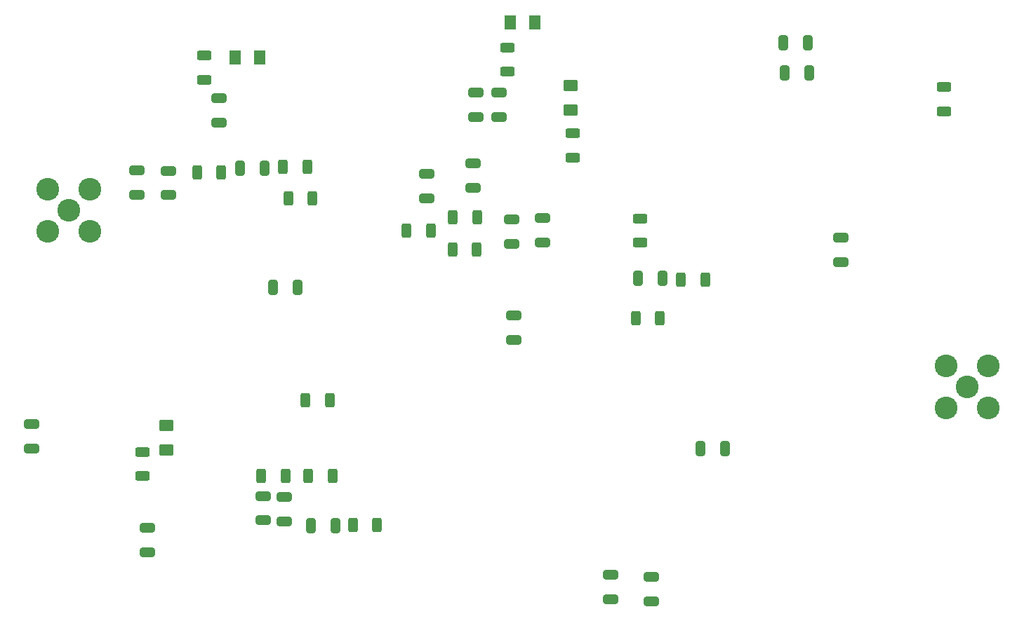
<source format=gbr>
%TF.GenerationSoftware,KiCad,Pcbnew,(6.0.7)*%
%TF.CreationDate,2023-02-10T17:21:08-05:00*%
%TF.ProjectId,Phoenix612_MultiStage_PA_Testing_v3,50686f65-6e69-4783-9631-325f4d756c74,rev?*%
%TF.SameCoordinates,Original*%
%TF.FileFunction,Paste,Top*%
%TF.FilePolarity,Positive*%
%FSLAX46Y46*%
G04 Gerber Fmt 4.6, Leading zero omitted, Abs format (unit mm)*
G04 Created by KiCad (PCBNEW (6.0.7)) date 2023-02-10 17:21:08*
%MOMM*%
%LPD*%
G01*
G04 APERTURE LIST*
G04 Aperture macros list*
%AMRoundRect*
0 Rectangle with rounded corners*
0 $1 Rounding radius*
0 $2 $3 $4 $5 $6 $7 $8 $9 X,Y pos of 4 corners*
0 Add a 4 corners polygon primitive as box body*
4,1,4,$2,$3,$4,$5,$6,$7,$8,$9,$2,$3,0*
0 Add four circle primitives for the rounded corners*
1,1,$1+$1,$2,$3*
1,1,$1+$1,$4,$5*
1,1,$1+$1,$6,$7*
1,1,$1+$1,$8,$9*
0 Add four rect primitives between the rounded corners*
20,1,$1+$1,$2,$3,$4,$5,0*
20,1,$1+$1,$4,$5,$6,$7,0*
20,1,$1+$1,$6,$7,$8,$9,0*
20,1,$1+$1,$8,$9,$2,$3,0*%
G04 Aperture macros list end*
%ADD10RoundRect,0.250000X-0.625000X0.312500X-0.625000X-0.312500X0.625000X-0.312500X0.625000X0.312500X0*%
%ADD11RoundRect,0.250000X-0.312500X-0.625000X0.312500X-0.625000X0.312500X0.625000X-0.312500X0.625000X0*%
%ADD12RoundRect,0.250001X-0.462499X-0.624999X0.462499X-0.624999X0.462499X0.624999X-0.462499X0.624999X0*%
%ADD13RoundRect,0.250000X0.312500X0.625000X-0.312500X0.625000X-0.312500X-0.625000X0.312500X-0.625000X0*%
%ADD14C,2.750000*%
%ADD15RoundRect,0.250000X-0.650000X0.325000X-0.650000X-0.325000X0.650000X-0.325000X0.650000X0.325000X0*%
%ADD16RoundRect,0.250000X-0.325000X-0.650000X0.325000X-0.650000X0.325000X0.650000X-0.325000X0.650000X0*%
%ADD17RoundRect,0.250001X0.624999X-0.462499X0.624999X0.462499X-0.624999X0.462499X-0.624999X-0.462499X0*%
%ADD18RoundRect,0.250000X0.650000X-0.325000X0.650000X0.325000X-0.650000X0.325000X-0.650000X-0.325000X0*%
%ADD19RoundRect,0.250000X0.325000X0.650000X-0.325000X0.650000X-0.325000X-0.650000X0.325000X-0.650000X0*%
G04 APERTURE END LIST*
D10*
%TO.C,R14*%
X50355500Y-25896349D03*
X50355500Y-28821349D03*
%TD*%
D11*
%TO.C,R6*%
X57211500Y-76621000D03*
X60136500Y-76621000D03*
%TD*%
D12*
%TO.C,L5*%
X87222000Y-21844000D03*
X90197000Y-21844000D03*
%TD*%
D11*
%TO.C,R17*%
X80262000Y-49329849D03*
X83187000Y-49329849D03*
%TD*%
D13*
%TO.C,R2*%
X105287000Y-57584849D03*
X102362000Y-57584849D03*
%TD*%
D10*
%TO.C,R4*%
X94742000Y-35294349D03*
X94742000Y-38219349D03*
%TD*%
D14*
%TO.C,J8*%
X142367000Y-65903349D03*
X144907000Y-63363349D03*
X144907000Y-68443349D03*
X139827000Y-63363349D03*
X139827000Y-68443349D03*
%TD*%
D15*
%TO.C,C11*%
X57467500Y-79083000D03*
X57467500Y-82033000D03*
%TD*%
D16*
%TO.C,C15*%
X120191000Y-24374349D03*
X123141000Y-24374349D03*
%TD*%
D15*
%TO.C,C17*%
X104267000Y-88875849D03*
X104267000Y-91825849D03*
%TD*%
D11*
%TO.C,R11*%
X49464500Y-39995349D03*
X52389500Y-39995349D03*
%TD*%
D17*
%TO.C,L1*%
X94551500Y-32465849D03*
X94551500Y-29490849D03*
%TD*%
D15*
%TO.C,C21*%
X99314000Y-88607349D03*
X99314000Y-91557349D03*
%TD*%
D14*
%TO.C,J9*%
X33972500Y-44567349D03*
X31432500Y-47107349D03*
X31432500Y-42027349D03*
X36512500Y-42027349D03*
X36512500Y-47107349D03*
%TD*%
D15*
%TO.C,C23*%
X45974000Y-39790349D03*
X45974000Y-42740349D03*
%TD*%
D13*
%TO.C,R13*%
X62740000Y-39360349D03*
X59815000Y-39360349D03*
%TD*%
D15*
%TO.C,C28*%
X52133500Y-31027349D03*
X52133500Y-33977349D03*
%TD*%
%TO.C,C26*%
X85915500Y-30328849D03*
X85915500Y-33278849D03*
%TD*%
%TO.C,C3*%
X87376000Y-45695849D03*
X87376000Y-48645849D03*
%TD*%
%TO.C,C24*%
X83121500Y-30343349D03*
X83121500Y-33293349D03*
%TD*%
D17*
%TO.C,L4*%
X45720000Y-73536500D03*
X45720000Y-70561500D03*
%TD*%
D15*
%TO.C,C2*%
X87630000Y-57252849D03*
X87630000Y-60202849D03*
%TD*%
%TO.C,C5*%
X82740500Y-38901349D03*
X82740500Y-41851349D03*
%TD*%
D10*
%TO.C,R18*%
X139573000Y-29708349D03*
X139573000Y-32633349D03*
%TD*%
D15*
%TO.C,C1*%
X91122500Y-45490849D03*
X91122500Y-48440849D03*
%TD*%
D10*
%TO.C,R9*%
X42862500Y-73761500D03*
X42862500Y-76686500D03*
%TD*%
D11*
%TO.C,R15*%
X74737500Y-47043849D03*
X77662500Y-47043849D03*
%TD*%
D16*
%TO.C,C20*%
X110158000Y-73332849D03*
X113108000Y-73332849D03*
%TD*%
D15*
%TO.C,C7*%
X127127000Y-47854849D03*
X127127000Y-50804849D03*
%TD*%
%TO.C,C25*%
X42227500Y-39775849D03*
X42227500Y-42725849D03*
%TD*%
D16*
%TO.C,C10*%
X120381500Y-27993849D03*
X123331500Y-27993849D03*
%TD*%
D11*
%TO.C,R5*%
X62547500Y-67500500D03*
X65472500Y-67500500D03*
%TD*%
D18*
%TO.C,C30*%
X77152500Y-43121349D03*
X77152500Y-40171349D03*
%TD*%
D13*
%TO.C,R7*%
X65786000Y-76621000D03*
X62861000Y-76621000D03*
%TD*%
D12*
%TO.C,L6*%
X54011500Y-26152349D03*
X56986500Y-26152349D03*
%TD*%
D19*
%TO.C,C27*%
X57609000Y-39487349D03*
X54659000Y-39487349D03*
%TD*%
D13*
%TO.C,R3*%
X110746000Y-52949349D03*
X107821000Y-52949349D03*
%TD*%
%TO.C,R12*%
X63375000Y-43170349D03*
X60450000Y-43170349D03*
%TD*%
D16*
%TO.C,C22*%
X58659500Y-53901849D03*
X61609500Y-53901849D03*
%TD*%
D15*
%TO.C,C9*%
X29527500Y-70397349D03*
X29527500Y-73347349D03*
%TD*%
%TO.C,C16*%
X43497500Y-82942000D03*
X43497500Y-85892000D03*
%TD*%
%TO.C,C13*%
X60007500Y-79210000D03*
X60007500Y-82160000D03*
%TD*%
D13*
%TO.C,R8*%
X71185500Y-82590000D03*
X68260500Y-82590000D03*
%TD*%
D19*
%TO.C,C4*%
X105629500Y-52822349D03*
X102679500Y-52822349D03*
%TD*%
D10*
%TO.C,R10*%
X86931500Y-24890000D03*
X86931500Y-27815000D03*
%TD*%
D11*
%TO.C,R16*%
X80327500Y-45392849D03*
X83252500Y-45392849D03*
%TD*%
D10*
%TO.C,R1*%
X102933500Y-45581349D03*
X102933500Y-48506349D03*
%TD*%
D19*
%TO.C,C12*%
X66118000Y-82653500D03*
X63168000Y-82653500D03*
%TD*%
M02*

</source>
